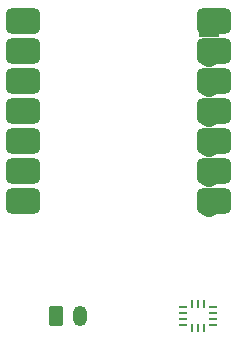
<source format=gbr>
%TF.GenerationSoftware,KiCad,Pcbnew,8.0.1*%
%TF.CreationDate,2024-04-18T20:01:03+02:00*%
%TF.ProjectId,jump,6a756d70-2e6b-4696-9361-645f70636258,rev?*%
%TF.SameCoordinates,Original*%
%TF.FileFunction,Soldermask,Top*%
%TF.FilePolarity,Negative*%
%FSLAX46Y46*%
G04 Gerber Fmt 4.6, Leading zero omitted, Abs format (unit mm)*
G04 Created by KiCad (PCBNEW 8.0.1) date 2024-04-18 20:01:03*
%MOMM*%
%LPD*%
G01*
G04 APERTURE LIST*
G04 Aperture macros list*
%AMRoundRect*
0 Rectangle with rounded corners*
0 $1 Rounding radius*
0 $2 $3 $4 $5 $6 $7 $8 $9 X,Y pos of 4 corners*
0 Add a 4 corners polygon primitive as box body*
4,1,4,$2,$3,$4,$5,$6,$7,$8,$9,$2,$3,0*
0 Add four circle primitives for the rounded corners*
1,1,$1+$1,$2,$3*
1,1,$1+$1,$4,$5*
1,1,$1+$1,$6,$7*
1,1,$1+$1,$8,$9*
0 Add four rect primitives between the rounded corners*
20,1,$1+$1,$2,$3,$4,$5,0*
20,1,$1+$1,$4,$5,$6,$7,0*
20,1,$1+$1,$6,$7,$8,$9,0*
20,1,$1+$1,$8,$9,$2,$3,0*%
G04 Aperture macros list end*
%ADD10R,1.700000X1.700000*%
%ADD11O,1.700000X1.700000*%
%ADD12RoundRect,0.550800X-0.925800X-0.550800X0.925800X-0.550800X0.925800X0.550800X-0.925800X0.550800X0*%
%ADD13R,0.250000X0.675000*%
%ADD14R,0.675000X0.250000*%
%ADD15O,1.200000X1.750000*%
%ADD16RoundRect,0.250000X-0.350000X-0.625000X0.350000X-0.625000X0.350000X0.625000X-0.350000X0.625000X0*%
G04 APERTURE END LIST*
D10*
%TO.C,J3*%
X81000000Y-56000000D03*
D11*
X81000000Y-58540000D03*
X81000000Y-61080000D03*
X81000000Y-63620000D03*
X81000000Y-66160000D03*
X81000000Y-68700000D03*
X81000000Y-71240000D03*
%TD*%
%TO.C,J2*%
X65500000Y-71000000D03*
X65500000Y-68460000D03*
X65500000Y-65920000D03*
X65500000Y-63380000D03*
X65500000Y-60840000D03*
X65500000Y-58300000D03*
D10*
X65500000Y-55760000D03*
%TD*%
D12*
%TO.C,U1*%
X81384000Y-55499250D03*
X81384000Y-58039250D03*
X81384000Y-60579250D03*
X81384000Y-63119250D03*
X81384000Y-65659250D03*
X81384000Y-68199250D03*
X81384000Y-70739250D03*
X65219000Y-55499250D03*
X65219000Y-58039250D03*
X65219000Y-60579250D03*
X65219000Y-63119250D03*
X65219000Y-65659250D03*
X65219000Y-68199250D03*
X65219000Y-70739250D03*
%TD*%
D13*
%TO.C,U2*%
X79500000Y-79475000D03*
X80000000Y-79475000D03*
X80500000Y-79475000D03*
D14*
X81262500Y-79737500D03*
X81262500Y-80237500D03*
X81262500Y-80737500D03*
X81262500Y-81237500D03*
D13*
X80500000Y-81500000D03*
X80000000Y-81500000D03*
X79500000Y-81500000D03*
D14*
X78737500Y-81237500D03*
X78737500Y-80737500D03*
X78737500Y-80237500D03*
X78737500Y-79737500D03*
%TD*%
D15*
%TO.C,J1*%
X70000000Y-80500000D03*
D16*
X68000000Y-80500000D03*
%TD*%
M02*

</source>
